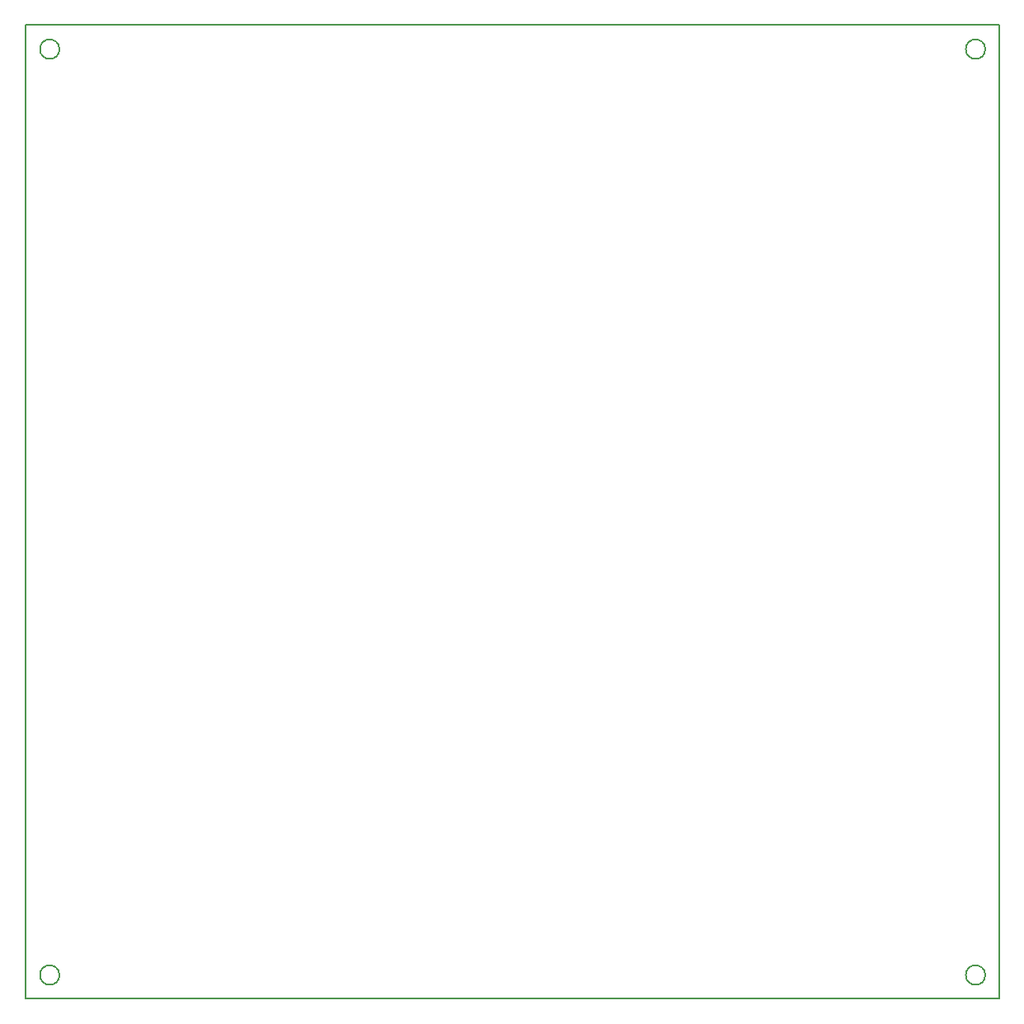
<source format=gbr>
%TF.GenerationSoftware,KiCad,Pcbnew,(5.0.0)*%
%TF.CreationDate,2020-03-23T14:28:17+01:00*%
%TF.ProjectId,Schaltplan_Modul4,536368616C74706C616E5F4D6F64756C,rev?*%
%TF.SameCoordinates,Original*%
%TF.FileFunction,Profile,NP*%
%FSLAX46Y46*%
G04 Gerber Fmt 4.6, Leading zero omitted, Abs format (unit mm)*
G04 Created by KiCad (PCBNEW (5.0.0)) date 03/23/20 14:28:17*
%MOMM*%
%LPD*%
G01*
G04 APERTURE LIST*
%ADD10C,0.200000*%
G04 APERTURE END LIST*
D10*
X103500000Y-147576000D02*
G75*
G03X103500000Y-147576000I-1000000J0D01*
G01*
X198576000Y-147576000D02*
G75*
G03X198576000Y-147576000I-1000000J0D01*
G01*
X198576000Y-52500000D02*
G75*
G03X198576000Y-52500000I-1000000J0D01*
G01*
X103500000Y-52500000D02*
G75*
G03X103500000Y-52500000I-1000000J0D01*
G01*
X100000000Y-50000000D02*
X100000000Y-150000000D01*
X100000000Y-150000000D02*
X200000000Y-150000000D01*
X200000000Y-50000000D02*
X200000000Y-150000000D01*
X100000000Y-50000000D02*
X200000000Y-50000000D01*
M02*

</source>
